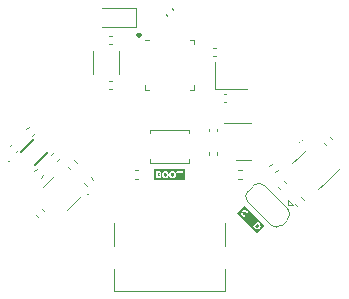
<source format=gbr>
%TF.GenerationSoftware,KiCad,Pcbnew,(6.0.4)*%
%TF.CreationDate,2023-03-17T17:22:40+08:00*%
%TF.ProjectId,ch573beacon,63683537-3362-4656-9163-6f6e2e6b6963,rev?*%
%TF.SameCoordinates,Original*%
%TF.FileFunction,Legend,Top*%
%TF.FilePolarity,Positive*%
%FSLAX46Y46*%
G04 Gerber Fmt 4.6, Leading zero omitted, Abs format (unit mm)*
G04 Created by KiCad (PCBNEW (6.0.4)) date 2023-03-17 17:22:40*
%MOMM*%
%LPD*%
G01*
G04 APERTURE LIST*
%ADD10C,0.300000*%
%ADD11C,0.150000*%
%ADD12C,0.100000*%
%ADD13C,0.120000*%
%ADD14C,0.127000*%
G04 APERTURE END LIST*
D10*
X118200000Y-122535714D02*
X118271428Y-122607142D01*
X118200000Y-122678571D01*
X118128571Y-122607142D01*
X118200000Y-122535714D01*
X118200000Y-122678571D01*
D11*
X113903203Y-136040172D02*
G75*
G03*
X113903203Y-136040172I-1J0D01*
G01*
X107232834Y-133285057D02*
G75*
G03*
X107232834Y-133285057I-1J0D01*
G01*
%TO.C,kibuzzard-64142EB1*%
G36*
X119494810Y-133935392D02*
G01*
X122105190Y-133935392D01*
X122105190Y-134864608D01*
X119494810Y-134864608D01*
X119494810Y-134617487D01*
X119660175Y-134617487D01*
X119664937Y-134658763D01*
X119685972Y-134681384D01*
X119730025Y-134688925D01*
X119938781Y-134688925D01*
X119986539Y-134682972D01*
X120029269Y-134665113D01*
X120066972Y-134635347D01*
X120096473Y-134596762D01*
X120114597Y-134552444D01*
X120121344Y-134502394D01*
X120116140Y-134457856D01*
X120100530Y-134416316D01*
X120092195Y-134403969D01*
X120161031Y-134403969D01*
X120166315Y-134462210D01*
X120182165Y-134516284D01*
X120208582Y-134566191D01*
X120245566Y-134611931D01*
X120290090Y-134650130D01*
X120339129Y-134677416D01*
X120392682Y-134693787D01*
X120450750Y-134699244D01*
X120508694Y-134693712D01*
X120561875Y-134677118D01*
X120610294Y-134649461D01*
X120653950Y-134610741D01*
X120690066Y-134564157D01*
X120715862Y-134512911D01*
X120731341Y-134457001D01*
X120735858Y-134403969D01*
X120776187Y-134403969D01*
X120781471Y-134462210D01*
X120797321Y-134516284D01*
X120823738Y-134566191D01*
X120860722Y-134611931D01*
X120905246Y-134650130D01*
X120954285Y-134677416D01*
X121007838Y-134693787D01*
X121065906Y-134699244D01*
X121123850Y-134693712D01*
X121177031Y-134677118D01*
X121225450Y-134649461D01*
X121269106Y-134610741D01*
X121305222Y-134564157D01*
X121331019Y-134512911D01*
X121346497Y-134457001D01*
X121351656Y-134396428D01*
X121346249Y-134336078D01*
X121330027Y-134280838D01*
X121302989Y-134230708D01*
X121265137Y-134185687D01*
X121239071Y-134164256D01*
X121383406Y-134164256D01*
X121387375Y-134197594D01*
X121403250Y-134216247D01*
X121440556Y-134222200D01*
X121592956Y-134222200D01*
X121592956Y-134620662D01*
X121594147Y-134648047D01*
X121601291Y-134668684D01*
X121621928Y-134684956D01*
X121661219Y-134689719D01*
X121700906Y-134684956D01*
X121721941Y-134668684D01*
X121729084Y-134648444D01*
X121730275Y-134621456D01*
X121730275Y-134222200D01*
X121881881Y-134222200D01*
X121922362Y-134215056D01*
X121935856Y-134197991D01*
X121939825Y-134165050D01*
X121935856Y-134131712D01*
X121919981Y-134113059D01*
X121882675Y-134107106D01*
X121441350Y-134107106D01*
X121400869Y-134114250D01*
X121387375Y-134131316D01*
X121383406Y-134164256D01*
X121239071Y-134164256D01*
X121219943Y-134148530D01*
X121170880Y-134121989D01*
X121117946Y-134106064D01*
X121061144Y-134100756D01*
X121007169Y-134106312D01*
X120954781Y-134122981D01*
X120906164Y-134149373D01*
X120863500Y-134184100D01*
X120827781Y-134227657D01*
X120800000Y-134280541D01*
X120782141Y-134340171D01*
X120776187Y-134403969D01*
X120735858Y-134403969D01*
X120736500Y-134396428D01*
X120731093Y-134336078D01*
X120714870Y-134280838D01*
X120687833Y-134230708D01*
X120649981Y-134185687D01*
X120604787Y-134148530D01*
X120555723Y-134121989D01*
X120502790Y-134106064D01*
X120445987Y-134100756D01*
X120392012Y-134106312D01*
X120339625Y-134122981D01*
X120291008Y-134149373D01*
X120248344Y-134184100D01*
X120212625Y-134227657D01*
X120184844Y-134280541D01*
X120166984Y-134340171D01*
X120161031Y-134403969D01*
X120092195Y-134403969D01*
X120074512Y-134377775D01*
X120097134Y-134331936D01*
X120104675Y-134281731D01*
X120098942Y-134235870D01*
X120081744Y-134194595D01*
X120053081Y-134157906D01*
X120017627Y-134129684D01*
X119976881Y-134112751D01*
X119930844Y-134107106D01*
X119730819Y-134107106D01*
X119689941Y-134112464D01*
X119668906Y-134128537D01*
X119661366Y-134149175D01*
X119660175Y-134176956D01*
X119660175Y-134617487D01*
X119494810Y-134617487D01*
X119494810Y-133935392D01*
G37*
G36*
X121117202Y-134252164D02*
G01*
X121165522Y-134284906D01*
X121190878Y-134317185D01*
X121206091Y-134355815D01*
X121211162Y-134400794D01*
X121206135Y-134445685D01*
X121191054Y-134484049D01*
X121165919Y-134515887D01*
X121117897Y-134548034D01*
X121064319Y-134558750D01*
X121010641Y-134547737D01*
X120962322Y-134514697D01*
X120936966Y-134482374D01*
X120921752Y-134444141D01*
X120916681Y-134400000D01*
X120921708Y-134355859D01*
X120936790Y-134317626D01*
X120961925Y-134285303D01*
X121009947Y-134252263D01*
X121063525Y-134241250D01*
X121117202Y-134252164D01*
G37*
G36*
X120502046Y-134252164D02*
G01*
X120550366Y-134284906D01*
X120575722Y-134317185D01*
X120590935Y-134355815D01*
X120596006Y-134400794D01*
X120590979Y-134445685D01*
X120575898Y-134484049D01*
X120550762Y-134515887D01*
X120502741Y-134548034D01*
X120449162Y-134558750D01*
X120395485Y-134547737D01*
X120347166Y-134514697D01*
X120321810Y-134482374D01*
X120306596Y-134444141D01*
X120301525Y-134400000D01*
X120306552Y-134355859D01*
X120321633Y-134317626D01*
X120346769Y-134285303D01*
X120394791Y-134252263D01*
X120448369Y-134241250D01*
X120502046Y-134252164D01*
G37*
G36*
X119951084Y-134255537D02*
G01*
X119964181Y-134283319D01*
X119961800Y-134311894D01*
X119923700Y-134328562D01*
X119874884Y-134339675D01*
X119860200Y-134385316D01*
X119874487Y-134430956D01*
X119917350Y-134442069D01*
X119961800Y-134448419D01*
X119976484Y-134464294D01*
X119980850Y-134494456D01*
X119968348Y-134534938D01*
X119930844Y-134548431D01*
X119800669Y-134548431D01*
X119800669Y-134247600D01*
X119911794Y-134247600D01*
X119951084Y-134255537D01*
G37*
D12*
%TO.C,D1*%
X132079254Y-131470746D02*
G75*
G03*
X132079254Y-131470746I-50000J0D01*
G01*
%TO.C,kibuzzard-64141A9C*%
G36*
X126526580Y-137681390D02*
G01*
X126544821Y-137663149D01*
X126884200Y-137663149D01*
X126886655Y-137709665D01*
X126895706Y-137755477D01*
X126910018Y-137798134D01*
X126928259Y-137835177D01*
X126950079Y-137867521D01*
X126975125Y-137896074D01*
X127004522Y-137920981D01*
X127039390Y-137942378D01*
X127091868Y-137965672D01*
X127123019Y-137973249D01*
X127154730Y-137976896D01*
X127181952Y-137964830D01*
X127201034Y-137921051D01*
X127205103Y-137877974D01*
X127194861Y-137852015D01*
X127156695Y-137836300D01*
X127139295Y-137833493D01*
X127108145Y-137820303D01*
X127070821Y-137791960D01*
X127040653Y-137749444D01*
X127024236Y-137695983D01*
X127030970Y-137631999D01*
X127046476Y-137599656D01*
X127070540Y-137569978D01*
X127100217Y-137545914D01*
X127132560Y-137530409D01*
X127195422Y-137523674D01*
X127250005Y-137540372D01*
X127292521Y-137570260D01*
X127323110Y-137610390D01*
X127336300Y-137652204D01*
X127352576Y-137693177D01*
X127378675Y-137704122D01*
X127422174Y-137702157D01*
X127465110Y-137682793D01*
X127477177Y-137641540D01*
X127471565Y-137615722D01*
X127465952Y-137594394D01*
X127441256Y-137536583D01*
X127420349Y-137503469D01*
X127395793Y-137474844D01*
X127355445Y-137441231D01*
X127308486Y-137414477D01*
X127254916Y-137394583D01*
X127209735Y-137384621D01*
X127163991Y-137381675D01*
X127116915Y-137387357D01*
X127067733Y-137403283D01*
X127019114Y-137430013D01*
X126973722Y-137468109D01*
X126935275Y-137513993D01*
X126907492Y-137564085D01*
X126890444Y-137614950D01*
X126884200Y-137663149D01*
X126544821Y-137663149D01*
X127181390Y-137026580D01*
X127298321Y-137143510D01*
X128756490Y-138601679D01*
X128873420Y-138718610D01*
X128218610Y-139373420D01*
X128101679Y-139256490D01*
X127612629Y-138767440D01*
X127886902Y-138767440D01*
X127891251Y-138792837D01*
X127915526Y-138824128D01*
X128018238Y-138926839D01*
X128063402Y-138964357D01*
X128113022Y-138991034D01*
X128167096Y-139006872D01*
X128225626Y-139011871D01*
X128284137Y-139006153D01*
X128338160Y-138989841D01*
X128387691Y-138962936D01*
X128432732Y-138925436D01*
X128469987Y-138880464D01*
X128496156Y-138831144D01*
X128511240Y-138777473D01*
X128515239Y-138719452D01*
X128508801Y-138661694D01*
X128492578Y-138608812D01*
X128466567Y-138560806D01*
X128430769Y-138517677D01*
X128327496Y-138413281D01*
X128294802Y-138388165D01*
X128268562Y-138384657D01*
X128248638Y-138393918D01*
X128228151Y-138412720D01*
X127916088Y-138724784D01*
X127886902Y-138767440D01*
X127612629Y-138767440D01*
X126643510Y-137798321D01*
X126526580Y-137681390D01*
G37*
G36*
X128330863Y-138616460D02*
G01*
X128363135Y-138664027D01*
X128374642Y-138721416D01*
X128364118Y-138779507D01*
X128330302Y-138829179D01*
X128280559Y-138862645D01*
X128222258Y-138872116D01*
X128165219Y-138860119D01*
X128119266Y-138829179D01*
X128064823Y-138774736D01*
X128276981Y-138562578D01*
X128330863Y-138616460D01*
G37*
D13*
%TO.C,JP1*%
X128833024Y-135283014D02*
X130812923Y-137262913D01*
X127454166Y-135742633D02*
X127878430Y-135318369D01*
X129398710Y-138677126D02*
X127418811Y-136697227D01*
X130812923Y-136980070D02*
X130812923Y-136555806D01*
X130777568Y-138217507D02*
X130353304Y-138641771D01*
X130812923Y-136980070D02*
X131237187Y-136980070D01*
X131237187Y-136980070D02*
X130812923Y-136555806D01*
X127454166Y-135742633D02*
G75*
G03*
X127454166Y-136732583I494975J-494975D01*
G01*
X129363354Y-138641771D02*
G75*
G03*
X130353304Y-138641771I494975J494973D01*
G01*
X130777568Y-138217507D02*
G75*
G03*
X130777568Y-137227557I-494973J494975D01*
G01*
X128868380Y-135318369D02*
G75*
G03*
X127878430Y-135318369I-494975J-494975D01*
G01*
%TO.C,J1*%
X116100000Y-142360000D02*
X116100000Y-144260000D01*
X116100000Y-138460000D02*
X116100000Y-140460000D01*
X125500000Y-142360000D02*
X125500000Y-144260000D01*
X125500000Y-138460000D02*
X125500000Y-140460000D01*
X116100000Y-144260000D02*
X125500000Y-144260000D01*
D14*
%TO.C,U1*%
X109391833Y-133601954D02*
X110494920Y-132498867D01*
X109363549Y-131367496D02*
X108260462Y-132470583D01*
D13*
%TO.C,R3*%
X109579316Y-133883283D02*
X109362035Y-134100564D01*
X110116717Y-134420684D02*
X109899436Y-134637965D01*
%TO.C,R2*%
X110769177Y-132693421D02*
X110986458Y-132476140D01*
X111306578Y-133230822D02*
X111523859Y-133013541D01*
%TO.C,Y2*%
X124650000Y-124850000D02*
X124650000Y-127150000D01*
X124650000Y-127150000D02*
X127350000Y-127150000D01*
%TO.C,Y1*%
X117930000Y-121890000D02*
X117930000Y-120290000D01*
X117930000Y-120290000D02*
X115080000Y-120290000D01*
X115080000Y-121890000D02*
X117930000Y-121890000D01*
%TO.C,C3*%
X124117500Y-130502164D02*
X124117500Y-130717836D01*
X124837500Y-130502164D02*
X124837500Y-130717836D01*
%TO.C,R6*%
X118153641Y-134780000D02*
X117846359Y-134780000D01*
X118153641Y-134020000D02*
X117846359Y-134020000D01*
%TO.C,C6*%
X120469190Y-120778307D02*
X120621693Y-120930810D01*
X120978307Y-120269190D02*
X121130810Y-120421693D01*
D12*
%TO.C,D2*%
X131849686Y-131649704D02*
G75*
G03*
X131849686Y-131649704I-50000J0D01*
G01*
D13*
%TO.C,C10*%
X125607836Y-127540000D02*
X125392164Y-127540000D01*
X125607836Y-128260000D02*
X125392164Y-128260000D01*
%TO.C,R5*%
X112937040Y-133405238D02*
X112719759Y-133187957D01*
X112399639Y-133942639D02*
X112182358Y-133725358D01*
%TO.C,L1*%
X116500000Y-123900000D02*
X116500000Y-125900000D01*
X114300000Y-123900000D02*
X114300000Y-125900000D01*
%TO.C,C11*%
X133908601Y-131717718D02*
X134061104Y-131870221D01*
X134417718Y-131208601D02*
X134570221Y-131361104D01*
%TO.C,U3*%
X119065000Y-127210000D02*
X118690000Y-127210000D01*
X122910000Y-127210000D02*
X122910000Y-126835000D01*
X122910000Y-122990000D02*
X122910000Y-123365000D01*
X122535000Y-122990000D02*
X122910000Y-122990000D01*
X118690000Y-127210000D02*
X118690000Y-126835000D01*
X119065000Y-122990000D02*
X118690000Y-122990000D01*
X122535000Y-127210000D02*
X122910000Y-127210000D01*
%TO.C,U2*%
X127077500Y-133170000D02*
X126427500Y-133170000D01*
X127077500Y-133170000D02*
X127727500Y-133170000D01*
X127077500Y-130050000D02*
X127727500Y-130050000D01*
X127077500Y-130050000D02*
X125402500Y-130050000D01*
%TO.C,R8*%
X131639940Y-137077341D02*
X131422659Y-136860060D01*
X132177341Y-136539940D02*
X131960060Y-136322659D01*
%TO.C,C7*%
X124707836Y-123640000D02*
X124492164Y-123640000D01*
X124707836Y-124360000D02*
X124492164Y-124360000D01*
%TO.C,C4*%
X124837500Y-132717836D02*
X124837500Y-132502164D01*
X124117500Y-132717836D02*
X124117500Y-132502164D01*
%TO.C,U4*%
X111032348Y-134512821D02*
X110113109Y-135432060D01*
X113337516Y-136195735D02*
X112107150Y-137426101D01*
%TO.C,R9*%
X129774786Y-134212005D02*
X129992067Y-133994724D01*
X129237385Y-133674604D02*
X129454666Y-133457323D01*
%TO.C,C5*%
X107948865Y-132317610D02*
X107796362Y-132470113D01*
X107439748Y-131808493D02*
X107287245Y-131960996D01*
%TO.C,R1*%
X108654928Y-130565030D02*
X108872209Y-130347749D01*
X109192329Y-131102431D02*
X109409610Y-130885150D01*
%TO.C,C2*%
X115692164Y-126440000D02*
X115907836Y-126440000D01*
X115692164Y-127160000D02*
X115907836Y-127160000D01*
%TO.C,SW1*%
X122450000Y-133400000D02*
X119150000Y-133400000D01*
X119150000Y-133400000D02*
X119150000Y-133100000D01*
X122450000Y-130900000D02*
X122450000Y-130600000D01*
X119150000Y-130600000D02*
X119150000Y-130900000D01*
X122450000Y-130600000D02*
X119150000Y-130600000D01*
X122450000Y-133100000D02*
X122450000Y-133400000D01*
%TO.C,C1*%
X115692164Y-122640000D02*
X115907836Y-122640000D01*
X115692164Y-123360000D02*
X115907836Y-123360000D01*
%TO.C,R4*%
X114133972Y-134602171D02*
X114351253Y-134819452D01*
X113596571Y-135139572D02*
X113813852Y-135356853D01*
%TO.C,C8*%
X110051000Y-137335707D02*
X110203503Y-137488210D01*
X109541883Y-137844824D02*
X109694386Y-137997327D01*
%TO.C,C9*%
X130507211Y-134925139D02*
X130659714Y-135077642D01*
X129998094Y-135434256D02*
X130150597Y-135586759D01*
%TO.C,U5*%
X133970505Y-135079172D02*
X133404819Y-135644857D01*
X131764331Y-132872998D02*
X132330017Y-132307313D01*
X133970505Y-135079172D02*
X135243297Y-133806379D01*
X131764331Y-132872998D02*
X131198646Y-133438684D01*
%TO.C,R7*%
X126646359Y-134780000D02*
X126953641Y-134780000D01*
X126646359Y-134020000D02*
X126953641Y-134020000D01*
%TD*%
M02*

</source>
